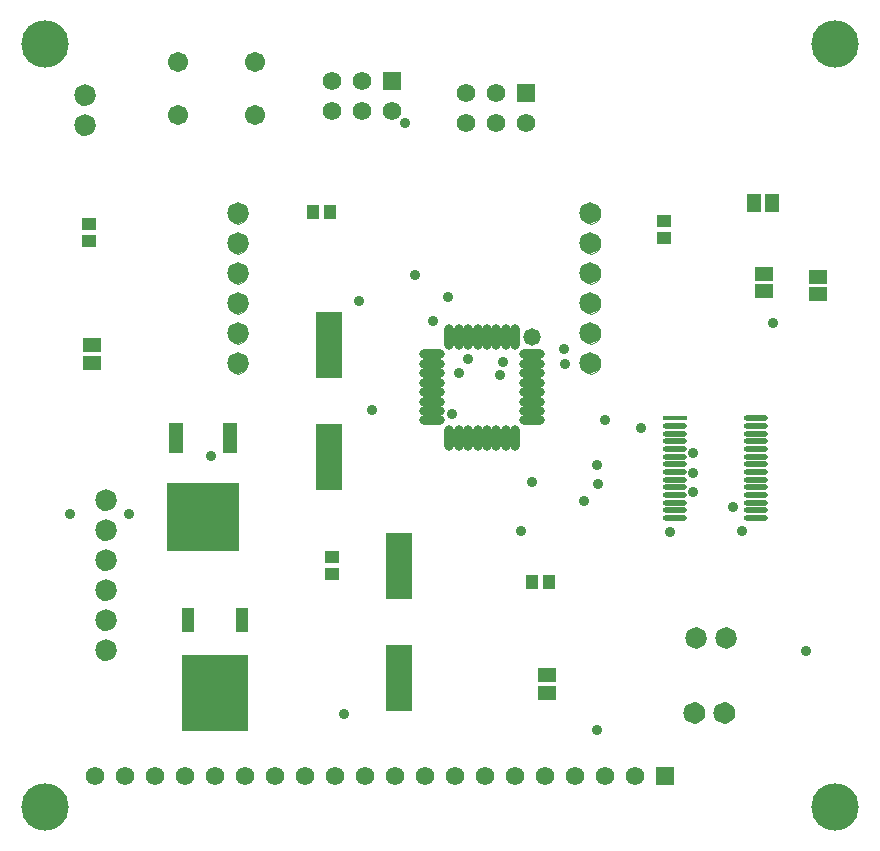
<source format=gts>
G04*
G04 #@! TF.GenerationSoftware,Altium Limited,Altium Designer,22.0.2 (36)*
G04*
G04 Layer_Color=8388736*
%FSLAX25Y25*%
%MOIN*%
G70*
G04*
G04 #@! TF.SameCoordinates,531B55E9-8988-4262-B8BE-2375E0DFDCCA*
G04*
G04*
G04 #@! TF.FilePolarity,Negative*
G04*
G01*
G75*
G04:AMPARAMS|DCode=19|XSize=80.82mil|YSize=17.91mil|CornerRadius=8.96mil|HoleSize=0mil|Usage=FLASHONLY|Rotation=0.000|XOffset=0mil|YOffset=0mil|HoleType=Round|Shape=RoundedRectangle|*
%AMROUNDEDRECTD19*
21,1,0.08082,0.00000,0,0,0.0*
21,1,0.06291,0.01791,0,0,0.0*
1,1,0.01791,0.03146,0.00000*
1,1,0.01791,-0.03146,0.00000*
1,1,0.01791,-0.03146,0.00000*
1,1,0.01791,0.03146,0.00000*
%
%ADD19ROUNDEDRECTD19*%
%ADD20R,0.08082X0.01791*%
%ADD28R,0.05151X0.03960*%
%ADD29R,0.03960X0.05151*%
%ADD30C,0.00000*%
%ADD31R,0.08674X0.22453*%
%ADD32R,0.04737X0.06115*%
%ADD33R,0.04343X0.07887*%
%ADD34R,0.22257X0.25210*%
%ADD35R,0.04658X0.10249*%
%ADD36R,0.23871X0.22729*%
%ADD37R,0.06115X0.04737*%
%ADD38O,0.03162X0.08477*%
%ADD39O,0.08477X0.03162*%
%ADD40C,0.07178*%
%ADD41C,0.06706*%
%ADD42R,0.06194X0.06194*%
%ADD43C,0.06194*%
%ADD44C,0.15800*%
%ADD45C,0.03600*%
%ADD46C,0.05800*%
D19*
X246500Y140118D02*
D03*
Y137559D02*
D03*
Y135000D02*
D03*
Y132441D02*
D03*
Y129882D02*
D03*
Y127323D02*
D03*
Y124764D02*
D03*
Y122205D02*
D03*
Y119646D02*
D03*
Y117087D02*
D03*
Y114528D02*
D03*
Y111969D02*
D03*
Y109410D02*
D03*
Y106851D02*
D03*
X219531D02*
D03*
Y109410D02*
D03*
Y111969D02*
D03*
Y114528D02*
D03*
Y117087D02*
D03*
Y119646D02*
D03*
Y122205D02*
D03*
Y124764D02*
D03*
Y127323D02*
D03*
Y129882D02*
D03*
Y132441D02*
D03*
Y135000D02*
D03*
Y137559D02*
D03*
D20*
Y140118D02*
D03*
D28*
X215861Y205748D02*
D03*
Y200029D02*
D03*
X24361Y204748D02*
D03*
Y199029D02*
D03*
X105361Y93748D02*
D03*
Y88029D02*
D03*
D29*
X177500Y85500D02*
D03*
X171782D02*
D03*
X104720Y208889D02*
D03*
X99002D02*
D03*
D30*
X26251Y237889D02*
X26100Y238888D01*
X25662Y239798D01*
X24974Y240539D01*
X24099Y241044D01*
X23114Y241269D01*
X22106Y241194D01*
X21166Y240824D01*
X20376Y240194D01*
X19807Y239359D01*
X19509Y238394D01*
Y237383D01*
X19807Y236418D01*
X20376Y235583D01*
X21166Y234953D01*
X22106Y234583D01*
X23114Y234508D01*
X24099Y234733D01*
X24974Y235238D01*
X25662Y235979D01*
X26100Y236889D01*
X26251Y237889D01*
Y247888D02*
X26100Y248888D01*
X25662Y249798D01*
X24974Y250539D01*
X24099Y251044D01*
X23114Y251269D01*
X22106Y251193D01*
X21166Y250824D01*
X20376Y250194D01*
X19807Y249359D01*
X19509Y248394D01*
Y247383D01*
X19807Y246418D01*
X20376Y245583D01*
X21166Y244953D01*
X22106Y244583D01*
X23114Y244508D01*
X24099Y244733D01*
X24974Y245238D01*
X25662Y245979D01*
X26100Y246889D01*
X26251Y247888D01*
X229890Y67000D02*
X229739Y67999D01*
X229301Y68910D01*
X228614Y69650D01*
X227738Y70156D01*
X226753Y70381D01*
X225746Y70305D01*
X224805Y69936D01*
X224015Y69306D01*
X223446Y68471D01*
X223148Y67505D01*
Y66495D01*
X223446Y65529D01*
X224015Y64694D01*
X224805Y64064D01*
X225746Y63695D01*
X226753Y63619D01*
X227738Y63844D01*
X228614Y64350D01*
X229301Y65090D01*
X229739Y66001D01*
X229890Y67000D01*
X239890D02*
X239739Y67999D01*
X239301Y68910D01*
X238614Y69650D01*
X237738Y70156D01*
X236753Y70381D01*
X235746Y70305D01*
X234805Y69936D01*
X234015Y69306D01*
X233446Y68471D01*
X233148Y67505D01*
Y66495D01*
X233446Y65529D01*
X234015Y64694D01*
X234805Y64064D01*
X235746Y63695D01*
X236753Y63619D01*
X237738Y63844D01*
X238614Y64350D01*
X239301Y65090D01*
X239739Y66001D01*
X239890Y67000D01*
X229390Y42000D02*
X229239Y42999D01*
X228801Y43910D01*
X228114Y44650D01*
X227238Y45156D01*
X226253Y45380D01*
X225246Y45305D01*
X224305Y44936D01*
X223515Y44306D01*
X222946Y43471D01*
X222648Y42505D01*
Y41495D01*
X222946Y40529D01*
X223515Y39694D01*
X224305Y39064D01*
X225246Y38695D01*
X226253Y38619D01*
X227238Y38844D01*
X228114Y39349D01*
X228801Y40090D01*
X229239Y41001D01*
X229390Y42000D01*
X239390D02*
X239239Y42999D01*
X238801Y43910D01*
X238114Y44650D01*
X237239Y45156D01*
X236253Y45380D01*
X235246Y45305D01*
X234305Y44936D01*
X233515Y44306D01*
X232946Y43471D01*
X232648Y42505D01*
Y41495D01*
X232946Y40529D01*
X233515Y39694D01*
X234305Y39064D01*
X235246Y38695D01*
X236253Y38619D01*
X237239Y38844D01*
X238114Y39349D01*
X238801Y40090D01*
X239239Y41001D01*
X239390Y42000D01*
X77251Y158361D02*
X77100Y159360D01*
X76662Y160271D01*
X75975Y161011D01*
X75099Y161517D01*
X74114Y161741D01*
X73106Y161666D01*
X72166Y161297D01*
X71376Y160667D01*
X70807Y159832D01*
X70509Y158866D01*
Y157856D01*
X70807Y156890D01*
X71376Y156055D01*
X72166Y155425D01*
X73106Y155056D01*
X74114Y154980D01*
X75099Y155205D01*
X75975Y155710D01*
X76662Y156451D01*
X77100Y157362D01*
X77251Y158361D01*
Y168361D02*
X77100Y169360D01*
X76662Y170271D01*
X75975Y171011D01*
X75099Y171517D01*
X74114Y171741D01*
X73106Y171666D01*
X72166Y171297D01*
X71376Y170667D01*
X70807Y169832D01*
X70509Y168866D01*
Y167856D01*
X70807Y166890D01*
X71376Y166055D01*
X72166Y165425D01*
X73106Y165056D01*
X74114Y164980D01*
X75099Y165205D01*
X75975Y165710D01*
X76662Y166451D01*
X77100Y167362D01*
X77251Y168361D01*
Y178361D02*
X77100Y179360D01*
X76662Y180271D01*
X75975Y181011D01*
X75099Y181517D01*
X74114Y181741D01*
X73106Y181666D01*
X72166Y181297D01*
X71376Y180667D01*
X70807Y179832D01*
X70509Y178866D01*
Y177856D01*
X70807Y176890D01*
X71376Y176055D01*
X72166Y175425D01*
X73106Y175056D01*
X74114Y174980D01*
X75099Y175205D01*
X75975Y175710D01*
X76662Y176451D01*
X77100Y177362D01*
X77251Y178361D01*
Y188361D02*
X77100Y189360D01*
X76662Y190271D01*
X75975Y191011D01*
X75099Y191517D01*
X74114Y191741D01*
X73106Y191666D01*
X72166Y191297D01*
X71376Y190667D01*
X70807Y189832D01*
X70509Y188866D01*
Y187856D01*
X70807Y186890D01*
X71376Y186055D01*
X72166Y185425D01*
X73106Y185056D01*
X74114Y184980D01*
X75099Y185205D01*
X75975Y185711D01*
X76662Y186451D01*
X77100Y187362D01*
X77251Y188361D01*
Y198361D02*
X77100Y199360D01*
X76662Y200271D01*
X75975Y201011D01*
X75099Y201517D01*
X74114Y201741D01*
X73106Y201666D01*
X72166Y201297D01*
X71376Y200667D01*
X70807Y199832D01*
X70509Y198866D01*
Y197856D01*
X70807Y196890D01*
X71376Y196055D01*
X72166Y195425D01*
X73106Y195056D01*
X74114Y194980D01*
X75099Y195205D01*
X75975Y195711D01*
X76662Y196451D01*
X77100Y197362D01*
X77251Y198361D01*
Y208361D02*
X77100Y209360D01*
X76662Y210271D01*
X75975Y211011D01*
X75099Y211517D01*
X74114Y211741D01*
X73106Y211666D01*
X72166Y211297D01*
X71376Y210667D01*
X70807Y209832D01*
X70509Y208866D01*
Y207856D01*
X70807Y206890D01*
X71376Y206055D01*
X72166Y205425D01*
X73106Y205056D01*
X74114Y204980D01*
X75099Y205205D01*
X75975Y205711D01*
X76662Y206451D01*
X77100Y207362D01*
X77251Y208361D01*
X194751Y158361D02*
X194600Y159360D01*
X194162Y160271D01*
X193474Y161011D01*
X192599Y161517D01*
X191614Y161741D01*
X190606Y161666D01*
X189666Y161297D01*
X188876Y160667D01*
X188307Y159832D01*
X188009Y158866D01*
Y157856D01*
X188307Y156890D01*
X188876Y156055D01*
X189666Y155425D01*
X190606Y155056D01*
X191614Y154980D01*
X192599Y155205D01*
X193474Y155710D01*
X194162Y156451D01*
X194600Y157362D01*
X194751Y158361D01*
Y168361D02*
X194600Y169360D01*
X194162Y170271D01*
X193474Y171011D01*
X192599Y171517D01*
X191614Y171741D01*
X190606Y171666D01*
X189666Y171297D01*
X188876Y170667D01*
X188307Y169832D01*
X188009Y168866D01*
Y167856D01*
X188307Y166890D01*
X188876Y166055D01*
X189666Y165425D01*
X190606Y165056D01*
X191614Y164980D01*
X192599Y165205D01*
X193474Y165710D01*
X194162Y166451D01*
X194600Y167362D01*
X194751Y168361D01*
Y178361D02*
X194600Y179360D01*
X194162Y180271D01*
X193474Y181011D01*
X192599Y181517D01*
X191614Y181741D01*
X190606Y181666D01*
X189666Y181297D01*
X188876Y180667D01*
X188307Y179832D01*
X188009Y178866D01*
Y177856D01*
X188307Y176890D01*
X188876Y176055D01*
X189666Y175425D01*
X190606Y175056D01*
X191614Y174980D01*
X192599Y175205D01*
X193474Y175710D01*
X194162Y176451D01*
X194600Y177362D01*
X194751Y178361D01*
Y188361D02*
X194600Y189360D01*
X194162Y190271D01*
X193474Y191011D01*
X192599Y191517D01*
X191614Y191741D01*
X190606Y191666D01*
X189666Y191297D01*
X188876Y190667D01*
X188307Y189832D01*
X188009Y188866D01*
Y187856D01*
X188307Y186890D01*
X188876Y186055D01*
X189666Y185425D01*
X190606Y185056D01*
X191614Y184980D01*
X192599Y185205D01*
X193474Y185711D01*
X194162Y186451D01*
X194600Y187362D01*
X194751Y188361D01*
Y198361D02*
X194600Y199360D01*
X194162Y200271D01*
X193474Y201011D01*
X192599Y201517D01*
X191614Y201741D01*
X190606Y201666D01*
X189666Y201297D01*
X188876Y200667D01*
X188307Y199832D01*
X188009Y198866D01*
Y197856D01*
X188307Y196890D01*
X188876Y196055D01*
X189666Y195425D01*
X190606Y195056D01*
X191614Y194980D01*
X192599Y195205D01*
X193474Y195711D01*
X194162Y196451D01*
X194600Y197362D01*
X194751Y198361D01*
Y208361D02*
X194600Y209360D01*
X194162Y210271D01*
X193474Y211011D01*
X192599Y211517D01*
X191614Y211741D01*
X190606Y211666D01*
X189666Y211297D01*
X188876Y210667D01*
X188307Y209832D01*
X188009Y208866D01*
Y207856D01*
X188307Y206890D01*
X188876Y206055D01*
X189666Y205425D01*
X190606Y205056D01*
X191614Y204980D01*
X192599Y205205D01*
X193474Y205711D01*
X194162Y206451D01*
X194600Y207362D01*
X194751Y208361D01*
X33251Y62888D02*
X33100Y63888D01*
X32662Y64798D01*
X31975Y65539D01*
X31099Y66044D01*
X30114Y66269D01*
X29107Y66193D01*
X28166Y65824D01*
X27376Y65194D01*
X26807Y64359D01*
X26509Y63394D01*
Y62383D01*
X26807Y61418D01*
X27376Y60583D01*
X28166Y59953D01*
X29107Y59583D01*
X30114Y59508D01*
X31099Y59733D01*
X31975Y60238D01*
X32662Y60979D01*
X33100Y61889D01*
X33251Y62888D01*
Y72888D02*
X33100Y73888D01*
X32662Y74798D01*
X31975Y75539D01*
X31099Y76044D01*
X30114Y76269D01*
X29107Y76193D01*
X28166Y75824D01*
X27376Y75194D01*
X26807Y74359D01*
X26509Y73394D01*
Y72383D01*
X26807Y71418D01*
X27376Y70583D01*
X28166Y69953D01*
X29107Y69583D01*
X30114Y69508D01*
X31099Y69733D01*
X31975Y70238D01*
X32662Y70979D01*
X33100Y71889D01*
X33251Y72888D01*
Y82889D02*
X33100Y83888D01*
X32662Y84798D01*
X31975Y85539D01*
X31099Y86044D01*
X30114Y86269D01*
X29107Y86194D01*
X28166Y85824D01*
X27376Y85194D01*
X26807Y84359D01*
X26509Y83394D01*
Y82383D01*
X26807Y81418D01*
X27376Y80583D01*
X28166Y79953D01*
X29107Y79583D01*
X30114Y79508D01*
X31099Y79733D01*
X31975Y80238D01*
X32662Y80979D01*
X33100Y81889D01*
X33251Y82889D01*
Y92888D02*
X33100Y93888D01*
X32662Y94798D01*
X31975Y95539D01*
X31099Y96044D01*
X30114Y96269D01*
X29107Y96193D01*
X28166Y95824D01*
X27376Y95194D01*
X26807Y94359D01*
X26509Y93394D01*
Y92383D01*
X26807Y91418D01*
X27376Y90583D01*
X28166Y89953D01*
X29107Y89583D01*
X30114Y89508D01*
X31099Y89733D01*
X31975Y90238D01*
X32662Y90979D01*
X33100Y91889D01*
X33251Y92888D01*
Y102888D02*
X33100Y103888D01*
X32662Y104798D01*
X31975Y105539D01*
X31099Y106044D01*
X30114Y106269D01*
X29107Y106193D01*
X28166Y105824D01*
X27376Y105194D01*
X26807Y104359D01*
X26509Y103394D01*
Y102383D01*
X26807Y101418D01*
X27376Y100583D01*
X28166Y99953D01*
X29107Y99583D01*
X30114Y99508D01*
X31099Y99733D01*
X31975Y100238D01*
X32662Y100979D01*
X33100Y101889D01*
X33251Y102888D01*
Y112888D02*
X33100Y113888D01*
X32662Y114798D01*
X31975Y115539D01*
X31099Y116044D01*
X30114Y116269D01*
X29107Y116193D01*
X28166Y115824D01*
X27376Y115194D01*
X26807Y114359D01*
X26509Y113394D01*
Y112383D01*
X26807Y111418D01*
X27376Y110583D01*
X28166Y109953D01*
X29107Y109583D01*
X30114Y109508D01*
X31099Y109733D01*
X31975Y110238D01*
X32662Y110979D01*
X33100Y111889D01*
X33251Y112888D01*
D31*
X127500Y90902D02*
D03*
Y53500D02*
D03*
X104361Y164589D02*
D03*
Y127188D02*
D03*
D32*
X251953Y212000D02*
D03*
X246047D02*
D03*
D33*
X75361Y72888D02*
D03*
X57408D02*
D03*
D34*
X66385Y48479D02*
D03*
D35*
X71314Y133388D02*
D03*
X53361D02*
D03*
D36*
X62337Y107129D02*
D03*
D37*
X177000Y48547D02*
D03*
Y54453D02*
D03*
X249361Y182361D02*
D03*
Y188267D02*
D03*
X267361Y181361D02*
D03*
Y187267D02*
D03*
X25361Y158483D02*
D03*
Y164389D02*
D03*
D38*
X144337Y167121D02*
D03*
X147487D02*
D03*
X150636D02*
D03*
X153786D02*
D03*
X156936D02*
D03*
X160085D02*
D03*
X163235D02*
D03*
X166384D02*
D03*
Y133656D02*
D03*
X163235D02*
D03*
X160085D02*
D03*
X156936D02*
D03*
X153786D02*
D03*
X150636D02*
D03*
X147487D02*
D03*
X144337D02*
D03*
D39*
X172093Y161412D02*
D03*
Y158263D02*
D03*
Y155113D02*
D03*
Y151963D02*
D03*
Y148814D02*
D03*
Y145664D02*
D03*
Y142515D02*
D03*
Y139365D02*
D03*
X138629D02*
D03*
Y142515D02*
D03*
Y145664D02*
D03*
Y148814D02*
D03*
Y151963D02*
D03*
Y155113D02*
D03*
Y158263D02*
D03*
Y161412D02*
D03*
D40*
X22861Y237889D02*
D03*
Y247888D02*
D03*
X226500Y67000D02*
D03*
X236500D02*
D03*
X226000Y42000D02*
D03*
X236000D02*
D03*
X73861Y158361D02*
D03*
Y168361D02*
D03*
Y178361D02*
D03*
Y188361D02*
D03*
Y198361D02*
D03*
Y208361D02*
D03*
X191361Y158361D02*
D03*
Y168361D02*
D03*
Y178361D02*
D03*
Y188361D02*
D03*
Y198361D02*
D03*
Y208361D02*
D03*
X29861Y62888D02*
D03*
Y72888D02*
D03*
Y82889D02*
D03*
Y92888D02*
D03*
Y102889D02*
D03*
Y112889D02*
D03*
D41*
X54066Y241030D02*
D03*
Y258747D02*
D03*
X79656D02*
D03*
Y241030D02*
D03*
D42*
X125361Y252389D02*
D03*
X216361Y20888D02*
D03*
X169861Y248389D02*
D03*
D43*
X125361Y242389D02*
D03*
X115361Y252389D02*
D03*
Y242389D02*
D03*
X105361Y252389D02*
D03*
Y242389D02*
D03*
X206361Y20888D02*
D03*
X196361D02*
D03*
X186361D02*
D03*
X176361D02*
D03*
X166361D02*
D03*
X156361D02*
D03*
X146361D02*
D03*
X136361D02*
D03*
X126361D02*
D03*
X116361D02*
D03*
X106361D02*
D03*
X96361D02*
D03*
X86361D02*
D03*
X76361D02*
D03*
X66361D02*
D03*
X56361D02*
D03*
X46361D02*
D03*
X36361D02*
D03*
X26361D02*
D03*
X169861Y238388D02*
D03*
X159861Y248389D02*
D03*
Y238388D02*
D03*
X149861Y248389D02*
D03*
Y238388D02*
D03*
D44*
X9500Y10500D02*
D03*
X273000D02*
D03*
Y265000D02*
D03*
X9500D02*
D03*
D45*
X162376Y158789D02*
D03*
X37661Y108261D02*
D03*
X161361Y154661D02*
D03*
X143961Y180361D02*
D03*
X109361Y41361D02*
D03*
X225561Y128661D02*
D03*
X252161Y171853D02*
D03*
X193861Y118061D02*
D03*
X189161Y112461D02*
D03*
X238861Y110661D02*
D03*
X241861Y102461D02*
D03*
X182661Y163061D02*
D03*
X171861Y118861D02*
D03*
X196161Y139365D02*
D03*
X218061Y102161D02*
D03*
X193561Y124585D02*
D03*
X138861Y172561D02*
D03*
X133061Y187911D02*
D03*
X147561Y155061D02*
D03*
X168361Y102461D02*
D03*
X208261Y136761D02*
D03*
X225561Y115661D02*
D03*
X183061Y158263D02*
D03*
X225761Y121961D02*
D03*
X193661Y36261D02*
D03*
X150561Y159835D02*
D03*
X18061Y108061D02*
D03*
X64861Y127661D02*
D03*
X114261Y179061D02*
D03*
X129461Y238388D02*
D03*
X263261Y62461D02*
D03*
X118461Y142961D02*
D03*
X145361Y141361D02*
D03*
D46*
X172106Y167206D02*
D03*
M02*

</source>
